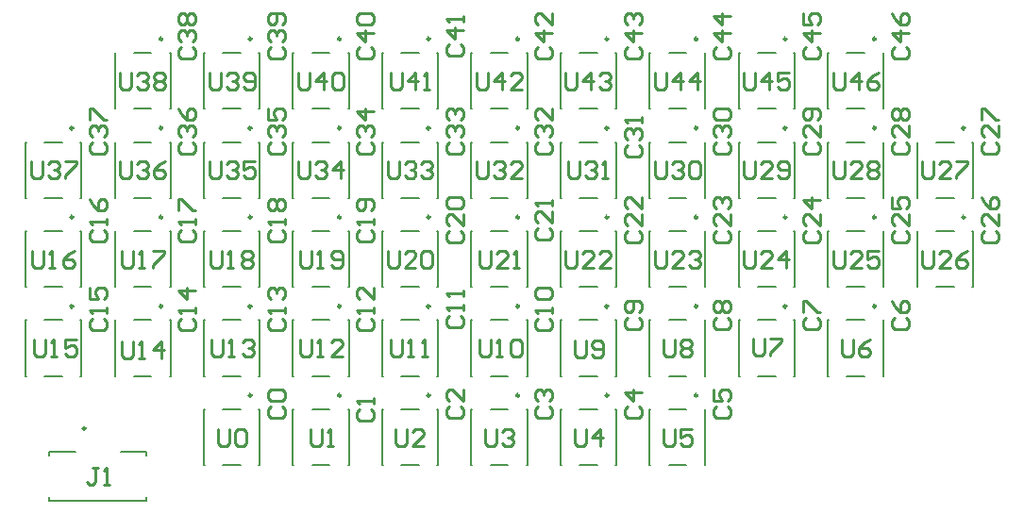
<source format=gto>
G04*
G04 #@! TF.GenerationSoftware,Altium Limited,Altium Designer,25.8.1 (18)*
G04*
G04 Layer_Color=65535*
%FSLAX44Y44*%
%MOMM*%
G71*
G04*
G04 #@! TF.SameCoordinates,4CDBAC49-9385-4654-90CB-B963C00DF8DC*
G04*
G04*
G04 #@! TF.FilePolarity,Positive*
G04*
G01*
G75*
%ADD10C,0.2500*%
%ADD11C,0.2000*%
%ADD12C,0.2540*%
D10*
X548750Y807750D02*
G03*
X548750Y807750I-1250J0D01*
G01*
X537750Y1077500D02*
G03*
X537750Y1077500I-1250J0D01*
G01*
X937750Y997500D02*
G03*
X937750Y997500I-1250J0D01*
G01*
X857750D02*
G03*
X857750Y997500I-1250J0D01*
G01*
X617750Y917500D02*
G03*
X617750Y917500I-1250J0D01*
G01*
X777750Y997500D02*
G03*
X777750Y997500I-1250J0D01*
G01*
X697750D02*
G03*
X697750Y997500I-1250J0D01*
G01*
X617750D02*
G03*
X617750Y997500I-1250J0D01*
G01*
X937750Y917500D02*
G03*
X937750Y917500I-1250J0D01*
G01*
X857750D02*
G03*
X857750Y917500I-1250J0D01*
G01*
X777750D02*
G03*
X777750Y917500I-1250J0D01*
G01*
X697750D02*
G03*
X697750Y917500I-1250J0D01*
G01*
X1257750D02*
G03*
X1257750Y917500I-1250J0D01*
G01*
X1177750D02*
G03*
X1177750Y917500I-1250J0D01*
G01*
X1097750D02*
G03*
X1097750Y917500I-1250J0D01*
G01*
X1017750D02*
G03*
X1017750Y917500I-1250J0D01*
G01*
X937750Y837500D02*
G03*
X937750Y837500I-1250J0D01*
G01*
X777750D02*
G03*
X777750Y837500I-1250J0D01*
G01*
X857750D02*
G03*
X857750Y837500I-1250J0D01*
G01*
X1097750D02*
G03*
X1097750Y837500I-1250J0D01*
G01*
X1017750D02*
G03*
X1017750Y837500I-1250J0D01*
G01*
X697750D02*
G03*
X697750Y837500I-1250J0D01*
G01*
X537750Y997500D02*
G03*
X537750Y997500I-1250J0D01*
G01*
Y917500D02*
G03*
X537750Y917500I-1250J0D01*
G01*
X1097750Y997500D02*
G03*
X1097750Y997500I-1250J0D01*
G01*
X1177750D02*
G03*
X1177750Y997500I-1250J0D01*
G01*
X1257750D02*
G03*
X1257750Y997500I-1250J0D01*
G01*
X617750Y1077500D02*
G03*
X617750Y1077500I-1250J0D01*
G01*
X697750D02*
G03*
X697750Y1077500I-1250J0D01*
G01*
X1337750Y997500D02*
G03*
X1337750Y997500I-1250J0D01*
G01*
X697750Y1157500D02*
G03*
X697750Y1157500I-1250J0D01*
G01*
X617750D02*
G03*
X617750Y1157500I-1250J0D01*
G01*
X1337750Y1077500D02*
G03*
X1337750Y1077500I-1250J0D01*
G01*
X1257750Y1157500D02*
G03*
X1257750Y1157500I-1250J0D01*
G01*
X1177750Y1077500D02*
G03*
X1177750Y1077500I-1250J0D01*
G01*
X1257750D02*
G03*
X1257750Y1077500I-1250J0D01*
G01*
X1177750Y1157500D02*
G03*
X1177750Y1157500I-1250J0D01*
G01*
X777750D02*
G03*
X777750Y1157500I-1250J0D01*
G01*
X857750D02*
G03*
X857750Y1157500I-1250J0D01*
G01*
X1017750D02*
G03*
X1017750Y1157500I-1250J0D01*
G01*
X937750D02*
G03*
X937750Y1157500I-1250J0D01*
G01*
X1097750D02*
G03*
X1097750Y1157500I-1250J0D01*
G01*
X857750Y1077500D02*
G03*
X857750Y1077500I-1250J0D01*
G01*
X777750D02*
G03*
X777750Y1077500I-1250J0D01*
G01*
X937750D02*
G03*
X937750Y1077500I-1250J0D01*
G01*
X1017750D02*
G03*
X1017750Y1077500I-1250J0D01*
G01*
X1097750D02*
G03*
X1097750Y1077500I-1250J0D01*
G01*
X1017750Y997500D02*
G03*
X1017750Y997500I-1250J0D01*
G01*
D11*
X516500Y783750D02*
Y787000D01*
Y743000D02*
Y746250D01*
Y743000D02*
X603500D01*
Y783750D02*
Y787000D01*
Y743000D02*
Y746250D01*
X580250Y787000D02*
X603500D01*
X516500D02*
X539750D01*
X545000Y1015000D02*
Y1065000D01*
X495000Y1015000D02*
Y1065000D01*
X495500D01*
X495000Y1015000D02*
X495500D01*
X544500D02*
X545000D01*
X544500Y1065000D02*
X545000D01*
X512000D02*
X528000D01*
X512000Y1015000D02*
X528000D01*
X945000Y935000D02*
Y985000D01*
X895000Y935000D02*
Y985000D01*
X895500D01*
X895000Y935000D02*
X895500D01*
X944500D02*
X945000D01*
X944500Y985000D02*
X945000D01*
X912000D02*
X928000D01*
X912000Y935000D02*
X928000D01*
X865000D02*
Y985000D01*
X815000Y935000D02*
Y985000D01*
X815500D01*
X815000Y935000D02*
X815500D01*
X864500D02*
X865000D01*
X864500Y985000D02*
X865000D01*
X832000D02*
X848000D01*
X832000Y935000D02*
X848000D01*
X625000Y855000D02*
Y905000D01*
X575000Y855000D02*
Y905000D01*
X575500D01*
X575000Y855000D02*
X575500D01*
X624500D02*
X625000D01*
X624500Y905000D02*
X625000D01*
X592000D02*
X608000D01*
X592000Y855000D02*
X608000D01*
X785000Y935000D02*
Y985000D01*
X735000Y935000D02*
Y985000D01*
X735500D01*
X735000Y935000D02*
X735500D01*
X784500D02*
X785000D01*
X784500Y985000D02*
X785000D01*
X752000D02*
X768000D01*
X752000Y935000D02*
X768000D01*
X705000D02*
Y985000D01*
X655000Y935000D02*
Y985000D01*
X655500D01*
X655000Y935000D02*
X655500D01*
X704500D02*
X705000D01*
X704500Y985000D02*
X705000D01*
X672000D02*
X688000D01*
X672000Y935000D02*
X688000D01*
X625000D02*
Y985000D01*
X575000Y935000D02*
Y985000D01*
X575500D01*
X575000Y935000D02*
X575500D01*
X624500D02*
X625000D01*
X624500Y985000D02*
X625000D01*
X592000D02*
X608000D01*
X592000Y935000D02*
X608000D01*
X945000Y855000D02*
Y905000D01*
X895000Y855000D02*
Y905000D01*
X895500D01*
X895000Y855000D02*
X895500D01*
X944500D02*
X945000D01*
X944500Y905000D02*
X945000D01*
X912000D02*
X928000D01*
X912000Y855000D02*
X928000D01*
X865000D02*
Y905000D01*
X815000Y855000D02*
Y905000D01*
X815500D01*
X815000Y855000D02*
X815500D01*
X864500D02*
X865000D01*
X864500Y905000D02*
X865000D01*
X832000D02*
X848000D01*
X832000Y855000D02*
X848000D01*
X785000D02*
Y905000D01*
X735000Y855000D02*
Y905000D01*
X735500D01*
X735000Y855000D02*
X735500D01*
X784500D02*
X785000D01*
X784500Y905000D02*
X785000D01*
X752000D02*
X768000D01*
X752000Y855000D02*
X768000D01*
X705000D02*
Y905000D01*
X655000Y855000D02*
Y905000D01*
X655500D01*
X655000Y855000D02*
X655500D01*
X704500D02*
X705000D01*
X704500Y905000D02*
X705000D01*
X672000D02*
X688000D01*
X672000Y855000D02*
X688000D01*
X1265000D02*
Y905000D01*
X1215000Y855000D02*
Y905000D01*
X1215500D01*
X1215000Y855000D02*
X1215500D01*
X1264500D02*
X1265000D01*
X1264500Y905000D02*
X1265000D01*
X1232000D02*
X1248000D01*
X1232000Y855000D02*
X1248000D01*
X1185000D02*
Y905000D01*
X1135000Y855000D02*
Y905000D01*
X1135500D01*
X1135000Y855000D02*
X1135500D01*
X1184500D02*
X1185000D01*
X1184500Y905000D02*
X1185000D01*
X1152000D02*
X1168000D01*
X1152000Y855000D02*
X1168000D01*
X1105000D02*
Y905000D01*
X1055000Y855000D02*
Y905000D01*
X1055500D01*
X1055000Y855000D02*
X1055500D01*
X1104500D02*
X1105000D01*
X1104500Y905000D02*
X1105000D01*
X1072000D02*
X1088000D01*
X1072000Y855000D02*
X1088000D01*
X1025000D02*
Y905000D01*
X975000Y855000D02*
Y905000D01*
X975500D01*
X975000Y855000D02*
X975500D01*
X1024500D02*
X1025000D01*
X1024500Y905000D02*
X1025000D01*
X992000D02*
X1008000D01*
X992000Y855000D02*
X1008000D01*
X945000Y775000D02*
Y825000D01*
X895000Y775000D02*
Y825000D01*
X895500D01*
X895000Y775000D02*
X895500D01*
X944500D02*
X945000D01*
X944500Y825000D02*
X945000D01*
X912000D02*
X928000D01*
X912000Y775000D02*
X928000D01*
X785000D02*
Y825000D01*
X735000Y775000D02*
Y825000D01*
X735500D01*
X735000Y775000D02*
X735500D01*
X784500D02*
X785000D01*
X784500Y825000D02*
X785000D01*
X752000D02*
X768000D01*
X752000Y775000D02*
X768000D01*
X865000D02*
Y825000D01*
X815000Y775000D02*
Y825000D01*
X815500D01*
X815000Y775000D02*
X815500D01*
X864500D02*
X865000D01*
X864500Y825000D02*
X865000D01*
X832000D02*
X848000D01*
X832000Y775000D02*
X848000D01*
X1105000D02*
Y825000D01*
X1055000Y775000D02*
Y825000D01*
X1055500D01*
X1055000Y775000D02*
X1055500D01*
X1104500D02*
X1105000D01*
X1104500Y825000D02*
X1105000D01*
X1072000D02*
X1088000D01*
X1072000Y775000D02*
X1088000D01*
X1025000D02*
Y825000D01*
X975000Y775000D02*
Y825000D01*
X975500D01*
X975000Y775000D02*
X975500D01*
X1024500D02*
X1025000D01*
X1024500Y825000D02*
X1025000D01*
X992000D02*
X1008000D01*
X992000Y775000D02*
X1008000D01*
X705000D02*
Y825000D01*
X655000Y775000D02*
Y825000D01*
X655500D01*
X655000Y775000D02*
X655500D01*
X704500D02*
X705000D01*
X704500Y825000D02*
X705000D01*
X672000D02*
X688000D01*
X672000Y775000D02*
X688000D01*
X545000Y935000D02*
Y985000D01*
X495000Y935000D02*
Y985000D01*
X495500D01*
X495000Y935000D02*
X495500D01*
X544500D02*
X545000D01*
X544500Y985000D02*
X545000D01*
X512000D02*
X528000D01*
X512000Y935000D02*
X528000D01*
X545000Y855000D02*
Y905000D01*
X495000Y855000D02*
Y905000D01*
X495500D01*
X495000Y855000D02*
X495500D01*
X544500D02*
X545000D01*
X544500Y905000D02*
X545000D01*
X512000D02*
X528000D01*
X512000Y855000D02*
X528000D01*
X1105000Y935000D02*
Y985000D01*
X1055000Y935000D02*
Y985000D01*
X1055500D01*
X1055000Y935000D02*
X1055500D01*
X1104500D02*
X1105000D01*
X1104500Y985000D02*
X1105000D01*
X1072000D02*
X1088000D01*
X1072000Y935000D02*
X1088000D01*
X1185000D02*
Y985000D01*
X1135000Y935000D02*
Y985000D01*
X1135500D01*
X1135000Y935000D02*
X1135500D01*
X1184500D02*
X1185000D01*
X1184500Y985000D02*
X1185000D01*
X1152000D02*
X1168000D01*
X1152000Y935000D02*
X1168000D01*
X1265000D02*
Y985000D01*
X1215000Y935000D02*
Y985000D01*
X1215500D01*
X1215000Y935000D02*
X1215500D01*
X1264500D02*
X1265000D01*
X1264500Y985000D02*
X1265000D01*
X1232000D02*
X1248000D01*
X1232000Y935000D02*
X1248000D01*
X625000Y1015000D02*
Y1065000D01*
X575000Y1015000D02*
Y1065000D01*
X575500D01*
X575000Y1015000D02*
X575500D01*
X624500D02*
X625000D01*
X624500Y1065000D02*
X625000D01*
X592000D02*
X608000D01*
X592000Y1015000D02*
X608000D01*
X705000D02*
Y1065000D01*
X655000Y1015000D02*
Y1065000D01*
X655500D01*
X655000Y1015000D02*
X655500D01*
X704500D02*
X705000D01*
X704500Y1065000D02*
X705000D01*
X672000D02*
X688000D01*
X672000Y1015000D02*
X688000D01*
X1345000Y935000D02*
Y985000D01*
X1295000Y935000D02*
Y985000D01*
X1295500D01*
X1295000Y935000D02*
X1295500D01*
X1344500D02*
X1345000D01*
X1344500Y985000D02*
X1345000D01*
X1312000D02*
X1328000D01*
X1312000Y935000D02*
X1328000D01*
X705000Y1095000D02*
Y1145000D01*
X655000Y1095000D02*
Y1145000D01*
X655500D01*
X655000Y1095000D02*
X655500D01*
X704500D02*
X705000D01*
X704500Y1145000D02*
X705000D01*
X672000D02*
X688000D01*
X672000Y1095000D02*
X688000D01*
X625000D02*
Y1145000D01*
X575000Y1095000D02*
Y1145000D01*
X575500D01*
X575000Y1095000D02*
X575500D01*
X624500D02*
X625000D01*
X624500Y1145000D02*
X625000D01*
X592000D02*
X608000D01*
X592000Y1095000D02*
X608000D01*
X1345000Y1015000D02*
Y1065000D01*
X1295000Y1015000D02*
Y1065000D01*
X1295500D01*
X1295000Y1015000D02*
X1295500D01*
X1344500D02*
X1345000D01*
X1344500Y1065000D02*
X1345000D01*
X1312000D02*
X1328000D01*
X1312000Y1015000D02*
X1328000D01*
X1265000Y1095000D02*
Y1145000D01*
X1215000Y1095000D02*
Y1145000D01*
X1215500D01*
X1215000Y1095000D02*
X1215500D01*
X1264500D02*
X1265000D01*
X1264500Y1145000D02*
X1265000D01*
X1232000D02*
X1248000D01*
X1232000Y1095000D02*
X1248000D01*
X1185000Y1015000D02*
Y1065000D01*
X1135000Y1015000D02*
Y1065000D01*
X1135500D01*
X1135000Y1015000D02*
X1135500D01*
X1184500D02*
X1185000D01*
X1184500Y1065000D02*
X1185000D01*
X1152000D02*
X1168000D01*
X1152000Y1015000D02*
X1168000D01*
X1265000D02*
Y1065000D01*
X1215000Y1015000D02*
Y1065000D01*
X1215500D01*
X1215000Y1015000D02*
X1215500D01*
X1264500D02*
X1265000D01*
X1264500Y1065000D02*
X1265000D01*
X1232000D02*
X1248000D01*
X1232000Y1015000D02*
X1248000D01*
X1185000Y1095000D02*
Y1145000D01*
X1135000Y1095000D02*
Y1145000D01*
X1135500D01*
X1135000Y1095000D02*
X1135500D01*
X1184500D02*
X1185000D01*
X1184500Y1145000D02*
X1185000D01*
X1152000D02*
X1168000D01*
X1152000Y1095000D02*
X1168000D01*
X785000D02*
Y1145000D01*
X735000Y1095000D02*
Y1145000D01*
X735500D01*
X735000Y1095000D02*
X735500D01*
X784500D02*
X785000D01*
X784500Y1145000D02*
X785000D01*
X752000D02*
X768000D01*
X752000Y1095000D02*
X768000D01*
X865000D02*
Y1145000D01*
X815000Y1095000D02*
Y1145000D01*
X815500D01*
X815000Y1095000D02*
X815500D01*
X864500D02*
X865000D01*
X864500Y1145000D02*
X865000D01*
X832000D02*
X848000D01*
X832000Y1095000D02*
X848000D01*
X1025000D02*
Y1145000D01*
X975000Y1095000D02*
Y1145000D01*
X975500D01*
X975000Y1095000D02*
X975500D01*
X1024500D02*
X1025000D01*
X1024500Y1145000D02*
X1025000D01*
X992000D02*
X1008000D01*
X992000Y1095000D02*
X1008000D01*
X945000D02*
Y1145000D01*
X895000Y1095000D02*
Y1145000D01*
X895500D01*
X895000Y1095000D02*
X895500D01*
X944500D02*
X945000D01*
X944500Y1145000D02*
X945000D01*
X912000D02*
X928000D01*
X912000Y1095000D02*
X928000D01*
X1105000D02*
Y1145000D01*
X1055000Y1095000D02*
Y1145000D01*
X1055500D01*
X1055000Y1095000D02*
X1055500D01*
X1104500D02*
X1105000D01*
X1104500Y1145000D02*
X1105000D01*
X1072000D02*
X1088000D01*
X1072000Y1095000D02*
X1088000D01*
X865000Y1015000D02*
Y1065000D01*
X815000Y1015000D02*
Y1065000D01*
X815500D01*
X815000Y1015000D02*
X815500D01*
X864500D02*
X865000D01*
X864500Y1065000D02*
X865000D01*
X832000D02*
X848000D01*
X832000Y1015000D02*
X848000D01*
X785000D02*
Y1065000D01*
X735000Y1015000D02*
Y1065000D01*
X735500D01*
X735000Y1015000D02*
X735500D01*
X784500D02*
X785000D01*
X784500Y1065000D02*
X785000D01*
X752000D02*
X768000D01*
X752000Y1015000D02*
X768000D01*
X945000D02*
Y1065000D01*
X895000Y1015000D02*
Y1065000D01*
X895500D01*
X895000Y1015000D02*
X895500D01*
X944500D02*
X945000D01*
X944500Y1065000D02*
X945000D01*
X912000D02*
X928000D01*
X912000Y1015000D02*
X928000D01*
X1025000D02*
Y1065000D01*
X975000Y1015000D02*
Y1065000D01*
X975500D01*
X975000Y1015000D02*
X975500D01*
X1024500D02*
X1025000D01*
X1024500Y1065000D02*
X1025000D01*
X992000D02*
X1008000D01*
X992000Y1015000D02*
X1008000D01*
X1105000D02*
Y1065000D01*
X1055000Y1015000D02*
Y1065000D01*
X1055500D01*
X1055000Y1015000D02*
X1055500D01*
X1104500D02*
X1105000D01*
X1104500Y1065000D02*
X1105000D01*
X1072000D02*
X1088000D01*
X1072000Y1015000D02*
X1088000D01*
X1025000Y935000D02*
Y985000D01*
X975000Y935000D02*
Y985000D01*
X975500D01*
X975000Y935000D02*
X975500D01*
X1024500D02*
X1025000D01*
X1024500Y985000D02*
X1025000D01*
X992000D02*
X1008000D01*
X992000Y935000D02*
X1008000D01*
D12*
X1354922Y1064843D02*
X1352382Y1062304D01*
Y1057226D01*
X1354922Y1054687D01*
X1365078D01*
X1367617Y1057226D01*
Y1062304D01*
X1365078Y1064843D01*
X1367617Y1080078D02*
Y1069922D01*
X1357461Y1080078D01*
X1354922D01*
X1352382Y1077539D01*
Y1072461D01*
X1354922Y1069922D01*
X1352382Y1085157D02*
Y1095313D01*
X1354922D01*
X1365078Y1085157D01*
X1367617D01*
X560000Y772617D02*
X554922D01*
X557461D01*
Y759922D01*
X554922Y757383D01*
X552383D01*
X549843Y759922D01*
X565078Y757383D02*
X570157D01*
X567618D01*
Y772617D01*
X565078Y770078D01*
X499687Y1047617D02*
Y1034922D01*
X502226Y1032383D01*
X507304D01*
X509843Y1034922D01*
Y1047617D01*
X514922Y1045078D02*
X517461Y1047617D01*
X522539D01*
X525078Y1045078D01*
Y1042539D01*
X522539Y1040000D01*
X520000D01*
X522539D01*
X525078Y1037461D01*
Y1034922D01*
X522539Y1032383D01*
X517461D01*
X514922Y1034922D01*
X530157Y1047617D02*
X540313D01*
Y1045078D01*
X530157Y1034922D01*
Y1032383D01*
X1194922Y984843D02*
X1192382Y982304D01*
Y977226D01*
X1194922Y974687D01*
X1205078D01*
X1207617Y977226D01*
Y982304D01*
X1205078Y984843D01*
X1207617Y1000078D02*
Y989922D01*
X1197461Y1000078D01*
X1194922D01*
X1192382Y997539D01*
Y992461D01*
X1194922Y989922D01*
X1207617Y1012774D02*
X1192382D01*
X1200000Y1005157D01*
Y1015313D01*
X902226Y967617D02*
Y954922D01*
X904765Y952382D01*
X909843D01*
X912383Y954922D01*
Y967617D01*
X927618Y952382D02*
X917461D01*
X927618Y962539D01*
Y965078D01*
X925078Y967617D01*
X920000D01*
X917461Y965078D01*
X932696Y952382D02*
X937774D01*
X935235D01*
Y967617D01*
X932696Y965078D01*
X819687Y967617D02*
Y954922D01*
X822226Y952382D01*
X827304D01*
X829843Y954922D01*
Y967617D01*
X845078Y952382D02*
X834922D01*
X845078Y962539D01*
Y965078D01*
X842539Y967617D01*
X837461D01*
X834922Y965078D01*
X850157D02*
X852696Y967617D01*
X857774D01*
X860313Y965078D01*
Y954922D01*
X857774Y952382D01*
X852696D01*
X850157Y954922D01*
Y965078D01*
X874922Y984843D02*
X872382Y982304D01*
Y977226D01*
X874922Y974687D01*
X885078D01*
X887617Y977226D01*
Y982304D01*
X885078Y984843D01*
X887617Y1000078D02*
Y989922D01*
X877461Y1000078D01*
X874922D01*
X872382Y997539D01*
Y992461D01*
X874922Y989922D01*
Y1005157D02*
X872382Y1007696D01*
Y1012774D01*
X874922Y1015313D01*
X885078D01*
X887617Y1012774D01*
Y1007696D01*
X885078Y1005157D01*
X874922D01*
X954922Y987383D02*
X952382Y984843D01*
Y979765D01*
X954922Y977226D01*
X965078D01*
X967617Y979765D01*
Y984843D01*
X965078Y987383D01*
X967617Y1002617D02*
Y992461D01*
X957461Y1002617D01*
X954922D01*
X952382Y1000078D01*
Y995000D01*
X954922Y992461D01*
X967617Y1007696D02*
Y1012774D01*
Y1010235D01*
X952382D01*
X954922Y1007696D01*
X581654Y886348D02*
Y873652D01*
X584193Y871113D01*
X589272D01*
X591811Y873652D01*
Y886348D01*
X596889Y871113D02*
X601968D01*
X599428D01*
Y886348D01*
X596889Y883808D01*
X617203Y871113D02*
Y886348D01*
X609585Y878730D01*
X619742D01*
X740956Y967617D02*
Y954922D01*
X743495Y952382D01*
X748574D01*
X751113Y954922D01*
Y967617D01*
X756191Y952382D02*
X761270D01*
X758730D01*
Y967617D01*
X756191Y965078D01*
X768887Y954922D02*
X771426Y952382D01*
X776505D01*
X779044Y954922D01*
Y965078D01*
X776505Y967617D01*
X771426D01*
X768887Y965078D01*
Y962539D01*
X771426Y960000D01*
X779044D01*
X660956Y967617D02*
Y954922D01*
X663495Y952382D01*
X668574D01*
X671113Y954922D01*
Y967617D01*
X676191Y952382D02*
X681270D01*
X678730D01*
Y967617D01*
X676191Y965078D01*
X688887D02*
X691426Y967617D01*
X696505D01*
X699044Y965078D01*
Y962539D01*
X696505Y960000D01*
X699044Y957461D01*
Y954922D01*
X696505Y952382D01*
X691426D01*
X688887Y954922D01*
Y957461D01*
X691426Y960000D01*
X688887Y962539D01*
Y965078D01*
X691426Y960000D02*
X696505D01*
X580956Y967617D02*
Y954922D01*
X583495Y952382D01*
X588574D01*
X591113Y954922D01*
Y967617D01*
X596191Y952382D02*
X601270D01*
X598730D01*
Y967617D01*
X596191Y965078D01*
X608887Y967617D02*
X619044D01*
Y965078D01*
X608887Y954922D01*
Y952382D01*
X902236Y887910D02*
Y875214D01*
X904775Y872674D01*
X909854D01*
X912393Y875214D01*
Y887910D01*
X917471Y872674D02*
X922550D01*
X920010D01*
Y887910D01*
X917471Y885370D01*
X930167D02*
X932706Y887910D01*
X937785D01*
X940324Y885370D01*
Y875214D01*
X937785Y872674D01*
X932706D01*
X930167Y875214D01*
Y885370D01*
X794922Y906113D02*
X792382Y903574D01*
Y898495D01*
X794922Y895956D01*
X805078D01*
X807617Y898495D01*
Y903574D01*
X805078Y906113D01*
X807617Y911191D02*
Y916270D01*
Y913730D01*
X792382D01*
X794922Y911191D01*
X807617Y934044D02*
Y923887D01*
X797461Y934044D01*
X794922D01*
X792382Y931505D01*
Y926426D01*
X794922Y923887D01*
X823042Y887910D02*
Y875214D01*
X825582Y872674D01*
X830660D01*
X833199Y875214D01*
Y887910D01*
X838277Y872674D02*
X843356D01*
X840817D01*
Y887910D01*
X838277Y885370D01*
X850973Y872674D02*
X856052D01*
X853512D01*
Y887910D01*
X850973Y885370D01*
X874922Y908652D02*
X872383Y906113D01*
Y901034D01*
X874922Y898495D01*
X885078D01*
X887617Y901034D01*
Y906113D01*
X885078Y908652D01*
X887617Y913730D02*
Y918809D01*
Y916270D01*
X872383D01*
X874922Y913730D01*
X887617Y926426D02*
Y931505D01*
Y928966D01*
X872383D01*
X874922Y926426D01*
X741310Y887617D02*
Y874922D01*
X743849Y872382D01*
X748928D01*
X751467Y874922D01*
Y887617D01*
X756545Y872382D02*
X761624D01*
X759084D01*
Y887617D01*
X756545Y885078D01*
X779398Y872382D02*
X769241D01*
X779398Y882539D01*
Y885078D01*
X776859Y887617D01*
X771780D01*
X769241Y885078D01*
X634922Y906113D02*
X632382Y903574D01*
Y898495D01*
X634922Y895956D01*
X645078D01*
X647617Y898495D01*
Y903574D01*
X645078Y906113D01*
X647617Y911191D02*
Y916270D01*
Y913730D01*
X632382D01*
X634922Y911191D01*
X647617Y931505D02*
X632382D01*
X640000Y923887D01*
Y934044D01*
X714922Y906113D02*
X712382Y903574D01*
Y898495D01*
X714922Y895956D01*
X725078D01*
X727617Y898495D01*
Y903574D01*
X725078Y906113D01*
X727617Y911191D02*
Y916270D01*
Y913730D01*
X712382D01*
X714922Y911191D01*
Y923887D02*
X712382Y926426D01*
Y931505D01*
X714922Y934044D01*
X717461D01*
X720000Y931505D01*
Y928966D01*
Y931505D01*
X722539Y934044D01*
X725078D01*
X727617Y931505D01*
Y926426D01*
X725078Y923887D01*
X662117Y887617D02*
Y874922D01*
X664656Y872383D01*
X669735D01*
X672274Y874922D01*
Y887617D01*
X677352Y872383D02*
X682431D01*
X679892D01*
Y887617D01*
X677352Y885078D01*
X690048D02*
X692587Y887617D01*
X697666D01*
X700205Y885078D01*
Y882539D01*
X697666Y880000D01*
X695126D01*
X697666D01*
X700205Y877461D01*
Y874922D01*
X697666Y872383D01*
X692587D01*
X690048Y874922D01*
X1227130Y887617D02*
Y874922D01*
X1229669Y872383D01*
X1234748D01*
X1237287Y874922D01*
Y887617D01*
X1252522D02*
X1247443Y885078D01*
X1242365Y880000D01*
Y874922D01*
X1244904Y872383D01*
X1249983D01*
X1252522Y874922D01*
Y877461D01*
X1249983Y880000D01*
X1242365D01*
X1147433Y888444D02*
Y875748D01*
X1149972Y873209D01*
X1155050D01*
X1157589Y875748D01*
Y888444D01*
X1162668D02*
X1172825D01*
Y885904D01*
X1162668Y875748D01*
Y873209D01*
X1194922Y907461D02*
X1192382Y904922D01*
Y899843D01*
X1194922Y897304D01*
X1205078D01*
X1207617Y899843D01*
Y904922D01*
X1205078Y907461D01*
X1192382Y912539D02*
Y922696D01*
X1194922D01*
X1205078Y912539D01*
X1207617D01*
X634922Y1064843D02*
X632382Y1062304D01*
Y1057226D01*
X634922Y1054687D01*
X645078D01*
X647617Y1057226D01*
Y1062304D01*
X645078Y1064843D01*
X634922Y1069922D02*
X632382Y1072461D01*
Y1077539D01*
X634922Y1080078D01*
X637461D01*
X640000Y1077539D01*
Y1075000D01*
Y1077539D01*
X642539Y1080078D01*
X645078D01*
X647617Y1077539D01*
Y1072461D01*
X645078Y1069922D01*
X632382Y1095313D02*
X634922Y1090235D01*
X640000Y1085157D01*
X645078D01*
X647617Y1087696D01*
Y1092774D01*
X645078Y1095313D01*
X642539D01*
X640000Y1092774D01*
Y1085157D01*
X1066970Y887617D02*
Y874922D01*
X1069509Y872383D01*
X1074587D01*
X1077127Y874922D01*
Y887617D01*
X1082205Y885078D02*
X1084744Y887617D01*
X1089822D01*
X1092362Y885078D01*
Y882539D01*
X1089822Y880000D01*
X1092362Y877461D01*
Y874922D01*
X1089822Y872383D01*
X1084744D01*
X1082205Y874922D01*
Y877461D01*
X1084744Y880000D01*
X1082205Y882539D01*
Y885078D01*
X1084744Y880000D02*
X1089822D01*
X987777Y887174D02*
Y874478D01*
X990316Y871939D01*
X995395D01*
X997934Y874478D01*
Y887174D01*
X1003012Y874478D02*
X1005551Y871939D01*
X1010630D01*
X1013169Y874478D01*
Y884634D01*
X1010630Y887174D01*
X1005551D01*
X1003012Y884634D01*
Y882095D01*
X1005551Y879556D01*
X1013169D01*
X1034922Y907461D02*
X1032382Y904922D01*
Y899843D01*
X1034922Y897304D01*
X1045078D01*
X1047617Y899843D01*
Y904922D01*
X1045078Y907461D01*
Y912539D02*
X1047617Y915078D01*
Y920157D01*
X1045078Y922696D01*
X1034922D01*
X1032382Y920157D01*
Y915078D01*
X1034922Y912539D01*
X1037461D01*
X1040000Y915078D01*
Y922696D01*
X954922Y906113D02*
X952382Y903574D01*
Y898495D01*
X954922Y895956D01*
X965078D01*
X967617Y898495D01*
Y903574D01*
X965078Y906113D01*
X967617Y911191D02*
Y916270D01*
Y913730D01*
X952382D01*
X954922Y911191D01*
Y923887D02*
X952382Y926426D01*
Y931505D01*
X954922Y934044D01*
X965078D01*
X967617Y931505D01*
Y926426D01*
X965078Y923887D01*
X954922D01*
X1114922Y907461D02*
X1112382Y904922D01*
Y899843D01*
X1114922Y897304D01*
X1125078D01*
X1127617Y899843D01*
Y904922D01*
X1125078Y907461D01*
X1114922Y912539D02*
X1112382Y915078D01*
Y920157D01*
X1114922Y922696D01*
X1117461D01*
X1120000Y920157D01*
X1122539Y922696D01*
X1125078D01*
X1127617Y920157D01*
Y915078D01*
X1125078Y912539D01*
X1122539D01*
X1120000Y915078D01*
X1117461Y912539D01*
X1114922D01*
X1120000Y915078D02*
Y920157D01*
X714922Y986113D02*
X712382Y983574D01*
Y978495D01*
X714922Y975956D01*
X725078D01*
X727617Y978495D01*
Y983574D01*
X725078Y986113D01*
X727617Y991191D02*
Y996270D01*
Y993730D01*
X712382D01*
X714922Y991191D01*
Y1003887D02*
X712382Y1006426D01*
Y1011505D01*
X714922Y1014044D01*
X717461D01*
X720000Y1011505D01*
X722539Y1014044D01*
X725078D01*
X727617Y1011505D01*
Y1006426D01*
X725078Y1003887D01*
X722539D01*
X720000Y1006426D01*
X717461Y1003887D01*
X714922D01*
X720000Y1006426D02*
Y1011505D01*
X794922Y986113D02*
X792383Y983574D01*
Y978495D01*
X794922Y975956D01*
X805078D01*
X807617Y978495D01*
Y983574D01*
X805078Y986113D01*
X807617Y991191D02*
Y996270D01*
Y993730D01*
X792383D01*
X794922Y991191D01*
X805078Y1003887D02*
X807617Y1006426D01*
Y1011505D01*
X805078Y1014044D01*
X794922D01*
X792383Y1011505D01*
Y1006426D01*
X794922Y1003887D01*
X797461D01*
X800000Y1006426D01*
Y1014044D01*
X634922Y986113D02*
X632382Y983574D01*
Y978495D01*
X634922Y975956D01*
X645078D01*
X647617Y978495D01*
Y983574D01*
X645078Y986113D01*
X647617Y991191D02*
Y996270D01*
Y993730D01*
X632382D01*
X634922Y991191D01*
X632382Y1003887D02*
Y1014044D01*
X634922D01*
X645078Y1003887D01*
X647617D01*
X907423Y807617D02*
Y794922D01*
X909962Y792383D01*
X915041D01*
X917580Y794922D01*
Y807617D01*
X922658Y805078D02*
X925197Y807617D01*
X930275D01*
X932815Y805078D01*
Y802539D01*
X930275Y800000D01*
X927736D01*
X930275D01*
X932815Y797461D01*
Y794922D01*
X930275Y792383D01*
X925197D01*
X922658Y794922D01*
X750306Y807617D02*
Y794922D01*
X752845Y792383D01*
X757924D01*
X760463Y794922D01*
Y807617D01*
X765541Y792383D02*
X770620D01*
X768081D01*
Y807617D01*
X765541Y805078D01*
X826960Y807617D02*
Y794922D01*
X829499Y792383D01*
X834577D01*
X837117Y794922D01*
Y807617D01*
X852352Y792383D02*
X842195D01*
X852352Y802539D01*
Y805078D01*
X849813Y807617D01*
X844734D01*
X842195Y805078D01*
X1274922Y907461D02*
X1272382Y904922D01*
Y899843D01*
X1274922Y897304D01*
X1285078D01*
X1287617Y899843D01*
Y904922D01*
X1285078Y907461D01*
X1272382Y922696D02*
X1274922Y917617D01*
X1280000Y912539D01*
X1285078D01*
X1287617Y915078D01*
Y920157D01*
X1285078Y922696D01*
X1282539D01*
X1280000Y920157D01*
Y912539D01*
X1354922Y984843D02*
X1352383Y982304D01*
Y977226D01*
X1354922Y974687D01*
X1365078D01*
X1367617Y977226D01*
Y982304D01*
X1365078Y984843D01*
X1367617Y1000078D02*
Y989922D01*
X1357461Y1000078D01*
X1354922D01*
X1352383Y997539D01*
Y992461D01*
X1354922Y989922D01*
X1352383Y1015313D02*
X1354922Y1010235D01*
X1360000Y1005157D01*
X1365078D01*
X1367617Y1007696D01*
Y1012774D01*
X1365078Y1015313D01*
X1362539D01*
X1360000Y1012774D01*
Y1005157D01*
X1274922Y984843D02*
X1272382Y982304D01*
Y977226D01*
X1274922Y974687D01*
X1285078D01*
X1287617Y977226D01*
Y982304D01*
X1285078Y984843D01*
X1287617Y1000078D02*
Y989922D01*
X1277461Y1000078D01*
X1274922D01*
X1272382Y997539D01*
Y992461D01*
X1274922Y989922D01*
X1272382Y1015313D02*
Y1005157D01*
X1280000D01*
X1277461Y1010235D01*
Y1012774D01*
X1280000Y1015313D01*
X1285078D01*
X1287617Y1012774D01*
Y1007696D01*
X1285078Y1005157D01*
X1067079Y807617D02*
Y794922D01*
X1069618Y792383D01*
X1074696D01*
X1077235Y794922D01*
Y807617D01*
X1092471D02*
X1082314D01*
Y800000D01*
X1087392Y802539D01*
X1089931D01*
X1092471Y800000D01*
Y794922D01*
X1089931Y792383D01*
X1084853D01*
X1082314Y794922D01*
X1034922Y827461D02*
X1032382Y824922D01*
Y819843D01*
X1034922Y817304D01*
X1045078D01*
X1047617Y819843D01*
Y824922D01*
X1045078Y827461D01*
X1047617Y840157D02*
X1032382D01*
X1040000Y832539D01*
Y842696D01*
X987886Y807617D02*
Y794922D01*
X990425Y792383D01*
X995503D01*
X998043Y794922D01*
Y807617D01*
X1010739Y792383D02*
Y807617D01*
X1003121Y800000D01*
X1013278D01*
X634922Y1149843D02*
X632383Y1147304D01*
Y1142226D01*
X634922Y1139687D01*
X645078D01*
X647617Y1142226D01*
Y1147304D01*
X645078Y1149843D01*
X634922Y1154922D02*
X632383Y1157461D01*
Y1162539D01*
X634922Y1165078D01*
X637461D01*
X640000Y1162539D01*
Y1160000D01*
Y1162539D01*
X642539Y1165078D01*
X645078D01*
X647617Y1162539D01*
Y1157461D01*
X645078Y1154922D01*
X634922Y1170157D02*
X632383Y1172696D01*
Y1177774D01*
X634922Y1180313D01*
X637461D01*
X640000Y1177774D01*
X642539Y1180313D01*
X645078D01*
X647617Y1177774D01*
Y1172696D01*
X645078Y1170157D01*
X642539D01*
X640000Y1172696D01*
X637461Y1170157D01*
X634922D01*
X640000Y1172696D02*
Y1177774D01*
X667304Y807617D02*
Y794922D01*
X669843Y792383D01*
X674922D01*
X677461Y794922D01*
Y807617D01*
X682539Y805078D02*
X685078Y807617D01*
X690157D01*
X692696Y805078D01*
Y794922D01*
X690157Y792383D01*
X685078D01*
X682539Y794922D01*
Y805078D01*
X954922Y827461D02*
X952382Y824922D01*
Y819843D01*
X954922Y817304D01*
X965078D01*
X967617Y819843D01*
Y824922D01*
X965078Y827461D01*
X954922Y832539D02*
X952382Y835078D01*
Y840157D01*
X954922Y842696D01*
X957461D01*
X960000Y840157D01*
Y837617D01*
Y840157D01*
X962539Y842696D01*
X965078D01*
X967617Y840157D01*
Y835078D01*
X965078Y832539D01*
X794922Y825000D02*
X792382Y822461D01*
Y817383D01*
X794922Y814843D01*
X805078D01*
X807617Y817383D01*
Y822461D01*
X805078Y825000D01*
X807617Y830078D02*
Y835157D01*
Y832617D01*
X792382D01*
X794922Y830078D01*
X874922Y827461D02*
X872382Y824922D01*
Y819843D01*
X874922Y817304D01*
X885078D01*
X887617Y819843D01*
Y824922D01*
X885078Y827461D01*
X887617Y842696D02*
Y832539D01*
X877461Y842696D01*
X874922D01*
X872382Y840157D01*
Y835078D01*
X874922Y832539D01*
X1114922Y827461D02*
X1112383Y824922D01*
Y819843D01*
X1114922Y817304D01*
X1125078D01*
X1127617Y819843D01*
Y824922D01*
X1125078Y827461D01*
X1112383Y842696D02*
Y832539D01*
X1120000D01*
X1117461Y837617D01*
Y840157D01*
X1120000Y842696D01*
X1125078D01*
X1127617Y840157D01*
Y835078D01*
X1125078Y832539D01*
X1274922Y1064843D02*
X1272382Y1062304D01*
Y1057226D01*
X1274922Y1054687D01*
X1285078D01*
X1287617Y1057226D01*
Y1062304D01*
X1285078Y1064843D01*
X1287617Y1080078D02*
Y1069922D01*
X1277461Y1080078D01*
X1274922D01*
X1272382Y1077539D01*
Y1072461D01*
X1274922Y1069922D01*
Y1085157D02*
X1272382Y1087696D01*
Y1092774D01*
X1274922Y1095313D01*
X1277461D01*
X1280000Y1092774D01*
X1282539Y1095313D01*
X1285078D01*
X1287617Y1092774D01*
Y1087696D01*
X1285078Y1085157D01*
X1282539D01*
X1280000Y1087696D01*
X1277461Y1085157D01*
X1274922D01*
X1280000Y1087696D02*
Y1092774D01*
X1194922Y1064843D02*
X1192382Y1062304D01*
Y1057226D01*
X1194922Y1054687D01*
X1205078D01*
X1207617Y1057226D01*
Y1062304D01*
X1205078Y1064843D01*
X1207617Y1080078D02*
Y1069922D01*
X1197461Y1080078D01*
X1194922D01*
X1192382Y1077539D01*
Y1072461D01*
X1194922Y1069922D01*
X1205078Y1085157D02*
X1207617Y1087696D01*
Y1092774D01*
X1205078Y1095313D01*
X1194922D01*
X1192382Y1092774D01*
Y1087696D01*
X1194922Y1085157D01*
X1197461D01*
X1200000Y1087696D01*
Y1095313D01*
X1194922Y1149843D02*
X1192383Y1147304D01*
Y1142226D01*
X1194922Y1139687D01*
X1205078D01*
X1207617Y1142226D01*
Y1147304D01*
X1205078Y1149843D01*
X1207617Y1162539D02*
X1192383D01*
X1200000Y1154922D01*
Y1165078D01*
X1192383Y1180313D02*
Y1170157D01*
X1200000D01*
X1197461Y1175235D01*
Y1177774D01*
X1200000Y1180313D01*
X1205078D01*
X1207617Y1177774D01*
Y1172696D01*
X1205078Y1170157D01*
X1274922Y1149843D02*
X1272383Y1147304D01*
Y1142226D01*
X1274922Y1139687D01*
X1285078D01*
X1287617Y1142226D01*
Y1147304D01*
X1285078Y1149843D01*
X1287617Y1162539D02*
X1272383D01*
X1280000Y1154922D01*
Y1165078D01*
X1272383Y1180313D02*
X1274922Y1175235D01*
X1280000Y1170157D01*
X1285078D01*
X1287617Y1172696D01*
Y1177774D01*
X1285078Y1180313D01*
X1282539D01*
X1280000Y1177774D01*
Y1170157D01*
X794922Y1149843D02*
X792383Y1147304D01*
Y1142226D01*
X794922Y1139687D01*
X805078D01*
X807617Y1142226D01*
Y1147304D01*
X805078Y1149843D01*
X807617Y1162539D02*
X792383D01*
X800000Y1154922D01*
Y1165078D01*
X794922Y1170157D02*
X792383Y1172696D01*
Y1177774D01*
X794922Y1180313D01*
X805078D01*
X807617Y1177774D01*
Y1172696D01*
X805078Y1170157D01*
X794922D01*
X714922Y1149843D02*
X712383Y1147304D01*
Y1142226D01*
X714922Y1139687D01*
X725078D01*
X727617Y1142226D01*
Y1147304D01*
X725078Y1149843D01*
X714922Y1154922D02*
X712383Y1157461D01*
Y1162539D01*
X714922Y1165078D01*
X717461D01*
X720000Y1162539D01*
Y1160000D01*
Y1162539D01*
X722539Y1165078D01*
X725078D01*
X727617Y1162539D01*
Y1157461D01*
X725078Y1154922D01*
Y1170157D02*
X727617Y1172696D01*
Y1177774D01*
X725078Y1180313D01*
X714922D01*
X712383Y1177774D01*
Y1172696D01*
X714922Y1170157D01*
X717461D01*
X720000Y1172696D01*
Y1180313D01*
X954922Y1149843D02*
X952383Y1147304D01*
Y1142226D01*
X954922Y1139687D01*
X965078D01*
X967617Y1142226D01*
Y1147304D01*
X965078Y1149843D01*
X967617Y1162539D02*
X952383D01*
X960000Y1154922D01*
Y1165078D01*
X967617Y1180313D02*
Y1170157D01*
X957461Y1180313D01*
X954922D01*
X952383Y1177774D01*
Y1172696D01*
X954922Y1170157D01*
X874922Y1152383D02*
X872383Y1149843D01*
Y1144765D01*
X874922Y1142226D01*
X885078D01*
X887617Y1144765D01*
Y1149843D01*
X885078Y1152383D01*
X887617Y1165078D02*
X872383D01*
X880000Y1157461D01*
Y1167618D01*
X887617Y1172696D02*
Y1177774D01*
Y1175235D01*
X872383D01*
X874922Y1172696D01*
X1034922Y1149843D02*
X1032383Y1147304D01*
Y1142226D01*
X1034922Y1139687D01*
X1045078D01*
X1047617Y1142226D01*
Y1147304D01*
X1045078Y1149843D01*
X1047617Y1162539D02*
X1032383D01*
X1040000Y1154922D01*
Y1165078D01*
X1034922Y1170157D02*
X1032383Y1172696D01*
Y1177774D01*
X1034922Y1180313D01*
X1037461D01*
X1040000Y1177774D01*
Y1175235D01*
Y1177774D01*
X1042539Y1180313D01*
X1045078D01*
X1047617Y1177774D01*
Y1172696D01*
X1045078Y1170157D01*
X1114922Y1149843D02*
X1112383Y1147304D01*
Y1142226D01*
X1114922Y1139687D01*
X1125078D01*
X1127617Y1142226D01*
Y1147304D01*
X1125078Y1149843D01*
X1127617Y1162539D02*
X1112383D01*
X1120000Y1154922D01*
Y1165078D01*
X1127617Y1177774D02*
X1112383D01*
X1120000Y1170157D01*
Y1180313D01*
X794922Y1064843D02*
X792382Y1062304D01*
Y1057226D01*
X794922Y1054687D01*
X805078D01*
X807617Y1057226D01*
Y1062304D01*
X805078Y1064843D01*
X794922Y1069922D02*
X792382Y1072461D01*
Y1077539D01*
X794922Y1080078D01*
X797461D01*
X800000Y1077539D01*
Y1075000D01*
Y1077539D01*
X802539Y1080078D01*
X805078D01*
X807617Y1077539D01*
Y1072461D01*
X805078Y1069922D01*
X807617Y1092774D02*
X792382D01*
X800000Y1085157D01*
Y1095313D01*
X874922Y1064843D02*
X872383Y1062304D01*
Y1057226D01*
X874922Y1054687D01*
X885078D01*
X887617Y1057226D01*
Y1062304D01*
X885078Y1064843D01*
X874922Y1069922D02*
X872383Y1072461D01*
Y1077539D01*
X874922Y1080078D01*
X877461D01*
X880000Y1077539D01*
Y1075000D01*
Y1077539D01*
X882539Y1080078D01*
X885078D01*
X887617Y1077539D01*
Y1072461D01*
X885078Y1069922D01*
X874922Y1085157D02*
X872383Y1087696D01*
Y1092774D01*
X874922Y1095313D01*
X877461D01*
X880000Y1092774D01*
Y1090235D01*
Y1092774D01*
X882539Y1095313D01*
X885078D01*
X887617Y1092774D01*
Y1087696D01*
X885078Y1085157D01*
X714922Y1064843D02*
X712382Y1062304D01*
Y1057226D01*
X714922Y1054687D01*
X725078D01*
X727617Y1057226D01*
Y1062304D01*
X725078Y1064843D01*
X714922Y1069922D02*
X712382Y1072461D01*
Y1077539D01*
X714922Y1080078D01*
X717461D01*
X720000Y1077539D01*
Y1075000D01*
Y1077539D01*
X722539Y1080078D01*
X725078D01*
X727617Y1077539D01*
Y1072461D01*
X725078Y1069922D01*
X712382Y1095313D02*
Y1085157D01*
X720000D01*
X717461Y1090235D01*
Y1092774D01*
X720000Y1095313D01*
X725078D01*
X727617Y1092774D01*
Y1087696D01*
X725078Y1085157D01*
X1034922Y1062383D02*
X1032383Y1059843D01*
Y1054765D01*
X1034922Y1052226D01*
X1045078D01*
X1047617Y1054765D01*
Y1059843D01*
X1045078Y1062383D01*
X1034922Y1067461D02*
X1032383Y1070000D01*
Y1075078D01*
X1034922Y1077618D01*
X1037461D01*
X1040000Y1075078D01*
Y1072539D01*
Y1075078D01*
X1042539Y1077618D01*
X1045078D01*
X1047617Y1075078D01*
Y1070000D01*
X1045078Y1067461D01*
X1047617Y1082696D02*
Y1087774D01*
Y1085235D01*
X1032383D01*
X1034922Y1082696D01*
X1114922Y1064843D02*
X1112383Y1062304D01*
Y1057226D01*
X1114922Y1054687D01*
X1125078D01*
X1127617Y1057226D01*
Y1062304D01*
X1125078Y1064843D01*
X1114922Y1069922D02*
X1112383Y1072461D01*
Y1077539D01*
X1114922Y1080078D01*
X1117461D01*
X1120000Y1077539D01*
Y1075000D01*
Y1077539D01*
X1122539Y1080078D01*
X1125078D01*
X1127617Y1077539D01*
Y1072461D01*
X1125078Y1069922D01*
X1114922Y1085157D02*
X1112383Y1087696D01*
Y1092774D01*
X1114922Y1095313D01*
X1125078D01*
X1127617Y1092774D01*
Y1087696D01*
X1125078Y1085157D01*
X1114922D01*
X954922Y1064843D02*
X952383Y1062304D01*
Y1057226D01*
X954922Y1054687D01*
X965078D01*
X967617Y1057226D01*
Y1062304D01*
X965078Y1064843D01*
X954922Y1069922D02*
X952383Y1072461D01*
Y1077539D01*
X954922Y1080078D01*
X957461D01*
X960000Y1077539D01*
Y1075000D01*
Y1077539D01*
X962539Y1080078D01*
X965078D01*
X967617Y1077539D01*
Y1072461D01*
X965078Y1069922D01*
X967617Y1095313D02*
Y1085157D01*
X957461Y1095313D01*
X954922D01*
X952383Y1092774D01*
Y1087696D01*
X954922Y1085157D01*
X554922Y906113D02*
X552383Y903574D01*
Y898495D01*
X554922Y895956D01*
X565078D01*
X567617Y898495D01*
Y903574D01*
X565078Y906113D01*
X567617Y911191D02*
Y916270D01*
Y913730D01*
X552383D01*
X554922Y911191D01*
X552383Y934044D02*
Y923887D01*
X560000D01*
X557461Y928966D01*
Y931505D01*
X560000Y934044D01*
X565078D01*
X567617Y931505D01*
Y926426D01*
X565078Y923887D01*
X500956Y967617D02*
Y954922D01*
X503495Y952382D01*
X508574D01*
X511113Y954922D01*
Y967617D01*
X516191Y952382D02*
X521270D01*
X518730D01*
Y967617D01*
X516191Y965078D01*
X539044Y967617D02*
X533965Y965078D01*
X528887Y960000D01*
Y954922D01*
X531426Y952382D01*
X536505D01*
X539044Y954922D01*
Y957461D01*
X536505Y960000D01*
X528887D01*
X554922Y1064843D02*
X552382Y1062304D01*
Y1057226D01*
X554922Y1054687D01*
X565078D01*
X567617Y1057226D01*
Y1062304D01*
X565078Y1064843D01*
X554922Y1069922D02*
X552382Y1072461D01*
Y1077539D01*
X554922Y1080078D01*
X557461D01*
X560000Y1077539D01*
Y1075000D01*
Y1077539D01*
X562539Y1080078D01*
X565078D01*
X567617Y1077539D01*
Y1072461D01*
X565078Y1069922D01*
X552382Y1085157D02*
Y1095313D01*
X554922D01*
X565078Y1085157D01*
X567617D01*
X554922Y986113D02*
X552383Y983574D01*
Y978495D01*
X554922Y975956D01*
X565078D01*
X567617Y978495D01*
Y983574D01*
X565078Y986113D01*
X567617Y991191D02*
Y996270D01*
Y993730D01*
X552383D01*
X554922Y991191D01*
X552383Y1014044D02*
X554922Y1008966D01*
X560000Y1003887D01*
X565078D01*
X567617Y1006426D01*
Y1011505D01*
X565078Y1014044D01*
X562539D01*
X560000Y1011505D01*
Y1003887D01*
X502461Y887617D02*
Y874922D01*
X505000Y872383D01*
X510079D01*
X512618Y874922D01*
Y887617D01*
X517696Y872383D02*
X522775D01*
X520236D01*
Y887617D01*
X517696Y885078D01*
X540549Y887617D02*
X530392D01*
Y880000D01*
X535471Y882539D01*
X538010D01*
X540549Y880000D01*
Y874922D01*
X538010Y872383D01*
X532932D01*
X530392Y874922D01*
X1059687Y967617D02*
Y954922D01*
X1062226Y952382D01*
X1067304D01*
X1069843Y954922D01*
Y967617D01*
X1085078Y952382D02*
X1074922D01*
X1085078Y962539D01*
Y965078D01*
X1082539Y967617D01*
X1077461D01*
X1074922Y965078D01*
X1090157D02*
X1092696Y967617D01*
X1097774D01*
X1100313Y965078D01*
Y962539D01*
X1097774Y960000D01*
X1095235D01*
X1097774D01*
X1100313Y957461D01*
Y954922D01*
X1097774Y952382D01*
X1092696D01*
X1090157Y954922D01*
X1139687Y967617D02*
Y954922D01*
X1142226Y952382D01*
X1147304D01*
X1149843Y954922D01*
Y967617D01*
X1165078Y952382D02*
X1154922D01*
X1165078Y962539D01*
Y965078D01*
X1162539Y967617D01*
X1157461D01*
X1154922Y965078D01*
X1177774Y952382D02*
Y967617D01*
X1170157Y960000D01*
X1180313D01*
X1034922Y984843D02*
X1032382Y982304D01*
Y977226D01*
X1034922Y974687D01*
X1045078D01*
X1047617Y977226D01*
Y982304D01*
X1045078Y984843D01*
X1047617Y1000078D02*
Y989922D01*
X1037461Y1000078D01*
X1034922D01*
X1032382Y997539D01*
Y992461D01*
X1034922Y989922D01*
X1047617Y1015313D02*
Y1005157D01*
X1037461Y1015313D01*
X1034922D01*
X1032382Y1012774D01*
Y1007696D01*
X1034922Y1005157D01*
X1219687Y967617D02*
Y954922D01*
X1222226Y952382D01*
X1227304D01*
X1229843Y954922D01*
Y967617D01*
X1245078Y952382D02*
X1234922D01*
X1245078Y962539D01*
Y965078D01*
X1242539Y967617D01*
X1237461D01*
X1234922Y965078D01*
X1260313Y967617D02*
X1250157D01*
Y960000D01*
X1255235Y962539D01*
X1257774D01*
X1260313Y960000D01*
Y954922D01*
X1257774Y952382D01*
X1252696D01*
X1250157Y954922D01*
X579687Y1047617D02*
Y1034922D01*
X582226Y1032383D01*
X587304D01*
X589843Y1034922D01*
Y1047617D01*
X594922Y1045078D02*
X597461Y1047617D01*
X602539D01*
X605078Y1045078D01*
Y1042539D01*
X602539Y1040000D01*
X600000D01*
X602539D01*
X605078Y1037461D01*
Y1034922D01*
X602539Y1032383D01*
X597461D01*
X594922Y1034922D01*
X620313Y1047617D02*
X615235Y1045078D01*
X610157Y1040000D01*
Y1034922D01*
X612696Y1032383D01*
X617774D01*
X620313Y1034922D01*
Y1037461D01*
X617774Y1040000D01*
X610157D01*
X659687Y1047617D02*
Y1034922D01*
X662226Y1032383D01*
X667304D01*
X669843Y1034922D01*
Y1047617D01*
X674922Y1045078D02*
X677461Y1047617D01*
X682539D01*
X685078Y1045078D01*
Y1042539D01*
X682539Y1040000D01*
X680000D01*
X682539D01*
X685078Y1037461D01*
Y1034922D01*
X682539Y1032383D01*
X677461D01*
X674922Y1034922D01*
X700313Y1047617D02*
X690157D01*
Y1040000D01*
X695235Y1042539D01*
X697774D01*
X700313Y1040000D01*
Y1034922D01*
X697774Y1032383D01*
X692696D01*
X690157Y1034922D01*
X1299687Y967617D02*
Y954922D01*
X1302226Y952382D01*
X1307304D01*
X1309843Y954922D01*
Y967617D01*
X1325078Y952382D02*
X1314922D01*
X1325078Y962539D01*
Y965078D01*
X1322539Y967617D01*
X1317461D01*
X1314922Y965078D01*
X1340313Y967617D02*
X1335235Y965078D01*
X1330157Y960000D01*
Y954922D01*
X1332696Y952382D01*
X1337774D01*
X1340313Y954922D01*
Y957461D01*
X1337774Y960000D01*
X1330157D01*
X659687Y1127617D02*
Y1114922D01*
X662226Y1112383D01*
X667304D01*
X669843Y1114922D01*
Y1127617D01*
X674922Y1125078D02*
X677461Y1127617D01*
X682539D01*
X685078Y1125078D01*
Y1122539D01*
X682539Y1120000D01*
X680000D01*
X682539D01*
X685078Y1117461D01*
Y1114922D01*
X682539Y1112383D01*
X677461D01*
X674922Y1114922D01*
X690157D02*
X692696Y1112383D01*
X697774D01*
X700313Y1114922D01*
Y1125078D01*
X697774Y1127617D01*
X692696D01*
X690157Y1125078D01*
Y1122539D01*
X692696Y1120000D01*
X700313D01*
X579687Y1127617D02*
Y1114922D01*
X582226Y1112383D01*
X587304D01*
X589843Y1114922D01*
Y1127617D01*
X594922Y1125078D02*
X597461Y1127617D01*
X602539D01*
X605078Y1125078D01*
Y1122539D01*
X602539Y1120000D01*
X600000D01*
X602539D01*
X605078Y1117461D01*
Y1114922D01*
X602539Y1112383D01*
X597461D01*
X594922Y1114922D01*
X610157Y1125078D02*
X612696Y1127617D01*
X617774D01*
X620313Y1125078D01*
Y1122539D01*
X617774Y1120000D01*
X620313Y1117461D01*
Y1114922D01*
X617774Y1112383D01*
X612696D01*
X610157Y1114922D01*
Y1117461D01*
X612696Y1120000D01*
X610157Y1122539D01*
Y1125078D01*
X612696Y1120000D02*
X617774D01*
X1299687Y1047617D02*
Y1034922D01*
X1302226Y1032383D01*
X1307304D01*
X1309843Y1034922D01*
Y1047617D01*
X1325078Y1032383D02*
X1314922D01*
X1325078Y1042539D01*
Y1045078D01*
X1322539Y1047617D01*
X1317461D01*
X1314922Y1045078D01*
X1330157Y1047617D02*
X1340313D01*
Y1045078D01*
X1330157Y1034922D01*
Y1032383D01*
X714922Y827461D02*
X712382Y824922D01*
Y819843D01*
X714922Y817304D01*
X725078D01*
X727617Y819843D01*
Y824922D01*
X725078Y827461D01*
X714922Y832539D02*
X712382Y835078D01*
Y840157D01*
X714922Y842696D01*
X725078D01*
X727617Y840157D01*
Y835078D01*
X725078Y832539D01*
X714922D01*
X1219687Y1127617D02*
Y1114922D01*
X1222226Y1112383D01*
X1227304D01*
X1229843Y1114922D01*
Y1127617D01*
X1242539Y1112383D02*
Y1127617D01*
X1234922Y1120000D01*
X1245078D01*
X1260313Y1127617D02*
X1255235Y1125078D01*
X1250157Y1120000D01*
Y1114922D01*
X1252696Y1112383D01*
X1257774D01*
X1260313Y1114922D01*
Y1117461D01*
X1257774Y1120000D01*
X1250157D01*
X1139687Y1047617D02*
Y1034922D01*
X1142226Y1032383D01*
X1147304D01*
X1149843Y1034922D01*
Y1047617D01*
X1165078Y1032383D02*
X1154922D01*
X1165078Y1042539D01*
Y1045078D01*
X1162539Y1047617D01*
X1157461D01*
X1154922Y1045078D01*
X1170157Y1034922D02*
X1172696Y1032383D01*
X1177774D01*
X1180313Y1034922D01*
Y1045078D01*
X1177774Y1047617D01*
X1172696D01*
X1170157Y1045078D01*
Y1042539D01*
X1172696Y1040000D01*
X1180313D01*
X1219687Y1047617D02*
Y1034922D01*
X1222226Y1032383D01*
X1227304D01*
X1229843Y1034922D01*
Y1047617D01*
X1245078Y1032383D02*
X1234922D01*
X1245078Y1042539D01*
Y1045078D01*
X1242539Y1047617D01*
X1237461D01*
X1234922Y1045078D01*
X1250157D02*
X1252696Y1047617D01*
X1257774D01*
X1260313Y1045078D01*
Y1042539D01*
X1257774Y1040000D01*
X1260313Y1037461D01*
Y1034922D01*
X1257774Y1032383D01*
X1252696D01*
X1250157Y1034922D01*
Y1037461D01*
X1252696Y1040000D01*
X1250157Y1042539D01*
Y1045078D01*
X1252696Y1040000D02*
X1257774D01*
X1139687Y1127617D02*
Y1114922D01*
X1142226Y1112383D01*
X1147304D01*
X1149843Y1114922D01*
Y1127617D01*
X1162539Y1112383D02*
Y1127617D01*
X1154922Y1120000D01*
X1165078D01*
X1180313Y1127617D02*
X1170157D01*
Y1120000D01*
X1175235Y1122539D01*
X1177774D01*
X1180313Y1120000D01*
Y1114922D01*
X1177774Y1112383D01*
X1172696D01*
X1170157Y1114922D01*
X739687Y1127617D02*
Y1114922D01*
X742226Y1112383D01*
X747304D01*
X749843Y1114922D01*
Y1127617D01*
X762539Y1112383D02*
Y1127617D01*
X754922Y1120000D01*
X765078D01*
X770157Y1125078D02*
X772696Y1127617D01*
X777774D01*
X780313Y1125078D01*
Y1114922D01*
X777774Y1112383D01*
X772696D01*
X770157Y1114922D01*
Y1125078D01*
X822226Y1127617D02*
Y1114922D01*
X824765Y1112383D01*
X829843D01*
X832383Y1114922D01*
Y1127617D01*
X845078Y1112383D02*
Y1127617D01*
X837461Y1120000D01*
X847618D01*
X852696Y1112383D02*
X857774D01*
X855235D01*
Y1127617D01*
X852696Y1125078D01*
X979687Y1127617D02*
Y1114922D01*
X982226Y1112383D01*
X987304D01*
X989843Y1114922D01*
Y1127617D01*
X1002539Y1112383D02*
Y1127617D01*
X994922Y1120000D01*
X1005078D01*
X1010157Y1125078D02*
X1012696Y1127617D01*
X1017774D01*
X1020313Y1125078D01*
Y1122539D01*
X1017774Y1120000D01*
X1015235D01*
X1017774D01*
X1020313Y1117461D01*
Y1114922D01*
X1017774Y1112383D01*
X1012696D01*
X1010157Y1114922D01*
X899687Y1127617D02*
Y1114922D01*
X902226Y1112383D01*
X907304D01*
X909843Y1114922D01*
Y1127617D01*
X922539Y1112383D02*
Y1127617D01*
X914922Y1120000D01*
X925078D01*
X940313Y1112383D02*
X930157D01*
X940313Y1122539D01*
Y1125078D01*
X937774Y1127617D01*
X932696D01*
X930157Y1125078D01*
X1059687Y1127617D02*
Y1114922D01*
X1062226Y1112383D01*
X1067304D01*
X1069843Y1114922D01*
Y1127617D01*
X1082539Y1112383D02*
Y1127617D01*
X1074922Y1120000D01*
X1085078D01*
X1097774Y1112383D02*
Y1127617D01*
X1090157Y1120000D01*
X1100313D01*
X819687Y1047617D02*
Y1034922D01*
X822226Y1032383D01*
X827304D01*
X829843Y1034922D01*
Y1047617D01*
X834922Y1045078D02*
X837461Y1047617D01*
X842539D01*
X845078Y1045078D01*
Y1042539D01*
X842539Y1040000D01*
X840000D01*
X842539D01*
X845078Y1037461D01*
Y1034922D01*
X842539Y1032383D01*
X837461D01*
X834922Y1034922D01*
X850157Y1045078D02*
X852696Y1047617D01*
X857774D01*
X860313Y1045078D01*
Y1042539D01*
X857774Y1040000D01*
X855235D01*
X857774D01*
X860313Y1037461D01*
Y1034922D01*
X857774Y1032383D01*
X852696D01*
X850157Y1034922D01*
X739687Y1047617D02*
Y1034922D01*
X742226Y1032383D01*
X747304D01*
X749843Y1034922D01*
Y1047617D01*
X754922Y1045078D02*
X757461Y1047617D01*
X762539D01*
X765078Y1045078D01*
Y1042539D01*
X762539Y1040000D01*
X760000D01*
X762539D01*
X765078Y1037461D01*
Y1034922D01*
X762539Y1032383D01*
X757461D01*
X754922Y1034922D01*
X777774Y1032383D02*
Y1047617D01*
X770157Y1040000D01*
X780313D01*
X899687Y1047617D02*
Y1034922D01*
X902226Y1032383D01*
X907304D01*
X909843Y1034922D01*
Y1047617D01*
X914922Y1045078D02*
X917461Y1047617D01*
X922539D01*
X925078Y1045078D01*
Y1042539D01*
X922539Y1040000D01*
X920000D01*
X922539D01*
X925078Y1037461D01*
Y1034922D01*
X922539Y1032383D01*
X917461D01*
X914922Y1034922D01*
X940313Y1032383D02*
X930157D01*
X940313Y1042539D01*
Y1045078D01*
X937774Y1047617D01*
X932696D01*
X930157Y1045078D01*
X982226Y1047617D02*
Y1034922D01*
X984765Y1032383D01*
X989843D01*
X992383Y1034922D01*
Y1047617D01*
X997461Y1045078D02*
X1000000Y1047617D01*
X1005078D01*
X1007618Y1045078D01*
Y1042539D01*
X1005078Y1040000D01*
X1002539D01*
X1005078D01*
X1007618Y1037461D01*
Y1034922D01*
X1005078Y1032383D01*
X1000000D01*
X997461Y1034922D01*
X1012696Y1032383D02*
X1017774D01*
X1015235D01*
Y1047617D01*
X1012696Y1045078D01*
X1059687Y1047617D02*
Y1034922D01*
X1062226Y1032383D01*
X1067304D01*
X1069843Y1034922D01*
Y1047617D01*
X1074922Y1045078D02*
X1077461Y1047617D01*
X1082539D01*
X1085078Y1045078D01*
Y1042539D01*
X1082539Y1040000D01*
X1080000D01*
X1082539D01*
X1085078Y1037461D01*
Y1034922D01*
X1082539Y1032383D01*
X1077461D01*
X1074922Y1034922D01*
X1090157Y1045078D02*
X1092696Y1047617D01*
X1097774D01*
X1100313Y1045078D01*
Y1034922D01*
X1097774Y1032383D01*
X1092696D01*
X1090157Y1034922D01*
Y1045078D01*
X979687Y967617D02*
Y954922D01*
X982226Y952382D01*
X987304D01*
X989843Y954922D01*
Y967617D01*
X1005078Y952382D02*
X994922D01*
X1005078Y962539D01*
Y965078D01*
X1002539Y967617D01*
X997461D01*
X994922Y965078D01*
X1020313Y952382D02*
X1010157D01*
X1020313Y962539D01*
Y965078D01*
X1017774Y967617D01*
X1012696D01*
X1010157Y965078D01*
X1114922Y984843D02*
X1112382Y982304D01*
Y977226D01*
X1114922Y974687D01*
X1125078D01*
X1127617Y977226D01*
Y982304D01*
X1125078Y984843D01*
X1127617Y1000078D02*
Y989922D01*
X1117461Y1000078D01*
X1114922D01*
X1112382Y997539D01*
Y992461D01*
X1114922Y989922D01*
Y1005157D02*
X1112382Y1007696D01*
Y1012774D01*
X1114922Y1015313D01*
X1117461D01*
X1120000Y1012774D01*
Y1010235D01*
Y1012774D01*
X1122539Y1015313D01*
X1125078D01*
X1127617Y1012774D01*
Y1007696D01*
X1125078Y1005157D01*
M02*

</source>
